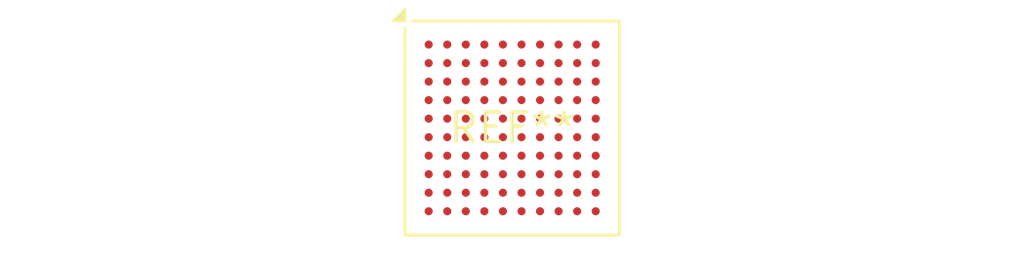
<source format=kicad_pcb>
(kicad_pcb (version 20240108) (generator pcbnew)
  (layers (0 "F.Cu" signal) (31 "B.Cu" signal) (34 "B.Paste" user) (35 "F.Paste" user) (36 "B.SilkS" user "B.Silkscreen") (37 "F.SilkS" user "F.Silkscreen") (38 "B.Mask" user) (39 "F.Mask" user) (44 "Edge.Cuts" user))
  (net 0 "")
  (footprint "TFBGA-100_9.0x9.0mm_Layout10x10_P0.8mm" (layer "F.Cu") (at 0 0)
    (property "Reference" "REF**")
    (property "Value" "TFBGA-100_9.0x9.0mm_Layout10x10_P0.8mm")
    (fp_line (start -4.62 -4.3) (end -4.62 4.62) (layer "F.SilkS") (stroke (width 0.12)))
    (fp_line (start -4.62 4.62) (end 4.62 4.62) (layer "F.SilkS") (stroke (width 0.12)))
    (fp_line (start 4.62 -4.62) (end -4.3 -4.62) (layer "F.SilkS") (stroke (width 0.12)))
    (fp_line (start 4.62 4.62) (end 4.62 -4.62) (layer "F.SilkS") (stroke (width 0.12)))
    (fp_poly (pts (xy -4.62 -4.62) (xy -5.12 -4.62) (xy -4.62 -5.12) (xy -4.62 -4.62)) (layer "F.SilkS") (stroke (width 0.12)) (fill solid))
    (pad "A1" smd circle (at -3.6 -3.6) (size 0.35 0.35) (property pad_prop_bga) (layers "F.Cu" "F.Paste" "F.Mask"))
    (pad "A2" smd circle (at -2.8 -3.6) (size 0.35 0.35) (property pad_prop_bga) (layers "F.Cu" "F.Paste" "F.Mask"))
    (pad "A3" smd circle (at -2 -3.6) (size 0.35 0.35) (property pad_prop_bga) (layers "F.Cu" "F.Paste" "F.Mask"))
    (pad "A4" smd circle (at -1.2 -3.6) (size 0.35 0.35) (property pad_prop_bga) (layers "F.Cu" "F.Paste" "F.Mask"))
    (pad "A5" smd circle (at -0.4 -3.6) (size 0.35 0.35) (property pad_prop_bga) (layers "F.Cu" "F.Paste" "F.Mask"))
    (pad "A6" smd circle (at 0.4 -3.6) (size 0.35 0.35) (property pad_prop_bga) (layers "F.Cu" "F.Paste" "F.Mask"))
    (pad "A7" smd circle (at 1.2 -3.6) (size 0.35 0.35) (property pad_prop_bga) (layers "F.Cu" "F.Paste" "F.Mask"))
    (pad "A8" smd circle (at 2 -3.6) (size 0.35 0.35) (property pad_prop_bga) (layers "F.Cu" "F.Paste" "F.Mask"))
    (pad "A9" smd circle (at 2.8 -3.6) (size 0.35 0.35) (property pad_prop_bga) (layers "F.Cu" "F.Paste" "F.Mask"))
    (pad "A10" smd circle (at 3.6 -3.6) (size 0.35 0.35) (property pad_prop_bga) (layers "F.Cu" "F.Paste" "F.Mask"))
    (pad "B1" smd circle (at -3.6 -2.8) (size 0.35 0.35) (property pad_prop_bga) (layers "F.Cu" "F.Paste" "F.Mask"))
    (pad "B2" smd circle (at -2.8 -2.8) (size 0.35 0.35) (property pad_prop_bga) (layers "F.Cu" "F.Paste" "F.Mask"))
    (pad "B3" smd circle (at -2 -2.8) (size 0.35 0.35) (property pad_prop_bga) (layers "F.Cu" "F.Paste" "F.Mask"))
    (pad "B4" smd circle (at -1.2 -2.8) (size 0.35 0.35) (property pad_prop_bga) (layers "F.Cu" "F.Paste" "F.Mask"))
    (pad "B5" smd circle (at -0.4 -2.8) (size 0.35 0.35) (property pad_prop_bga) (layers "F.Cu" "F.Paste" "F.Mask"))
    (pad "B6" smd circle (at 0.4 -2.8) (size 0.35 0.35) (property pad_prop_bga) (layers "F.Cu" "F.Paste" "F.Mask"))
    (pad "B7" smd circle (at 1.2 -2.8) (size 0.35 0.35) (property pad_prop_bga) (layers "F.Cu" "F.Paste" "F.Mask"))
    (pad "B8" smd circle (at 2 -2.8) (size 0.35 0.35) (property pad_prop_bga) (layers "F.Cu" "F.Paste" "F.Mask"))
    (pad "B9" smd circle (at 2.8 -2.8) (size 0.35 0.35) (property pad_prop_bga) (layers "F.Cu" "F.Paste" "F.Mask"))
    (pad "B10" smd circle (at 3.6 -2.8) (size 0.35 0.35) (property pad_prop_bga) (layers "F.Cu" "F.Paste" "F.Mask"))
    (pad "C1" smd circle (at -3.6 -2) (size 0.35 0.35) (property pad_prop_bga) (layers "F.Cu" "F.Paste" "F.Mask"))
    (pad "C2" smd circle (at -2.8 -2) (size 0.35 0.35) (property pad_prop_bga) (layers "F.Cu" "F.Paste" "F.Mask"))
    (pad "C3" smd circle (at -2 -2) (size 0.35 0.35) (property pad_prop_bga) (layers "F.Cu" "F.Paste" "F.Mask"))
    (pad "C4" smd circle (at -1.2 -2) (size 0.35 0.35) (property pad_prop_bga) (layers "F.Cu" "F.Paste" "F.Mask"))
    (pad "C5" smd circle (at -0.4 -2) (size 0.35 0.35) (property pad_prop_bga) (layers "F.Cu" "F.Paste" "F.Mask"))
    (pad "C6" smd circle (at 0.4 -2) (size 0.35 0.35) (property pad_prop_bga) (layers "F.Cu" "F.Paste" "F.Mask"))
    (pad "C7" smd circle (at 1.2 -2) (size 0.35 0.35) (property pad_prop_bga) (layers "F.Cu" "F.Paste" "F.Mask"))
    (pad "C8" smd circle (at 2 -2) (size 0.35 0.35) (property pad_prop_bga) (layers "F.Cu" "F.Paste" "F.Mask"))
    (pad "C9" smd circle (at 2.8 -2) (size 0.35 0.35) (property pad_prop_bga) (layers "F.Cu" "F.Paste" "F.Mask"))
    (pad "C10" smd circle (at 3.6 -2) (size 0.35 0.35) (property pad_prop_bga) (layers "F.Cu" "F.Paste" "F.Mask"))
    (pad "D1" smd circle (at -3.6 -1.2) (size 0.35 0.35) (property pad_prop_bga) (layers "F.Cu" "F.Paste" "F.Mask"))
    (pad "D2" smd circle (at -2.8 -1.2) (size 0.35 0.35) (property pad_prop_bga) (layers "F.Cu" "F.Paste" "F.Mask"))
    (pad "D3" smd circle (at -2 -1.2) (size 0.35 0.35) (property pad_prop_bga) (layers "F.Cu" "F.Paste" "F.Mask"))
    (pad "D4" smd circle (at -1.2 -1.2) (size 0.35 0.35) (property pad_prop_bga) (layers "F.Cu" "F.Paste" "F.Mask"))
    (pad "D5" smd circle (at -0.4 -1.2) (size 0.35 0.35) (property pad_prop_bga) (layers "F.Cu" "F.Paste" "F.Mask"))
    (pad "D6" smd circle (at 0.4 -1.2) (size 0.35 0.35) (property pad_prop_bga) (layers "F.Cu" "F.Paste" "F.Mask"))
    (pad "D7" smd circle (at 1.2 -1.2) (size 0.35 0.35) (property pad_prop_bga) (layers "F.Cu" "F.Paste" "F.Mask"))
    (pad "D8" smd circle (at 2 -1.2) (size 0.35 0.35) (property pad_prop_bga) (layers "F.Cu" "F.Paste" "F.Mask"))
    (pad "D9" smd circle (at 2.8 -1.2) (size 0.35 0.35) (property pad_prop_bga) (layers "F.Cu" "F.Paste" "F.Mask"))
    (pad "D10" smd circle (at 3.6 -1.2) (size 0.35 0.35) (property pad_prop_bga) (layers "F.Cu" "F.Paste" "F.Mask"))
    (pad "E1" smd circle (at -3.6 -0.4) (size 0.35 0.35) (property pad_prop_bga) (layers "F.Cu" "F.Paste" "F.Mask"))
    (pad "E2" smd circle (at -2.8 -0.4) (size 0.35 0.35) (property pad_prop_bga) (layers "F.Cu" "F.Paste" "F.Mask"))
    (pad "E3" smd circle (at -2 -0.4) (size 0.35 0.35) (property pad_prop_bga) (layers "F.Cu" "F.Paste" "F.Mask"))
    (pad "E4" smd circle (at -1.2 -0.4) (size 0.35 0.35) (property pad_prop_bga) (layers "F.Cu" "F.Paste" "F.Mask"))
    (pad "E5" smd circle (at -0.4 -0.4) (size 0.35 0.35) (property pad_prop_bga) (layers "F.Cu" "F.Paste" "F.Mask"))
    (pad "E6" smd circle (at 0.4 -0.4) (size 0.35 0.35) (property pad_prop_bga) (layers "F.Cu" "F.Paste" "F.Mask"))
    (pad "E7" smd circle (at 1.2 -0.4) (size 0.35 0.35) (property pad_prop_bga) (layers "F.Cu" "F.Paste" "F.Mask"))
    (pad "E8" smd circle (at 2 -0.4) (size 0.35 0.35) (property pad_prop_bga) (layers "F.Cu" "F.Paste" "F.Mask"))
    (pad "E9" smd circle (at 2.8 -0.4) (size 0.35 0.35) (property pad_prop_bga) (layers "F.Cu" "F.Paste" "F.Mask"))
    (pad "E10" smd circle (at 3.6 -0.4) (size 0.35 0.35) (property pad_prop_bga) (layers "F.Cu" "F.Paste" "F.Mask"))
    (pad "F1" smd circle (at -3.6 0.4) (size 0.35 0.35) (property pad_prop_bga) (layers "F.Cu" "F.Paste" "F.Mask"))
    (pad "F2" smd circle (at -2.8 0.4) (size 0.35 0.35) (property pad_prop_bga) (layers "F.Cu" "F.Paste" "F.Mask"))
    (pad "F3" smd circle (at -2 0.4) (size 0.35 0.35) (property pad_prop_bga) (layers "F.Cu" "F.Paste" "F.Mask"))
    (pad "F4" smd circle (at -1.2 0.4) (size 0.35 0.35) (property pad_prop_bga) (layers "F.Cu" "F.Paste" "F.Mask"))
    (pad "F5" smd circle (at -0.4 0.4) (size 0.35 0.35) (property pad_prop_bga) (layers "F.Cu" "F.Paste" "F.Mask"))
    (pad "F6" smd circle (at 0.4 0.4) (size 0.35 0.35) (property pad_prop_bga) (layers "F.Cu" "F.Paste" "F.Mask"))
    (pad "F7" smd circle (at 1.2 0.4) (size 0.35 0.35) (property pad_prop_bga) (layers "F.Cu" "F.Paste" "F.Mask"))
    (pad "F8" smd circle (at 2 0.4) (size 0.35 0.35) (property pad_prop_bga) (layers "F.Cu" "F.Paste" "F.Mask"))
    (pad "F9" smd circle (at 2.8 0.4) (size 0.35 0.35) (property pad_prop_bga) (layers "F.Cu" "F.Paste" "F.Mask"))
    (pad "F10" smd circle (at 3.6 0.4) (size 0.35 0.35) (property pad_prop_bga) (layers "F.Cu" "F.Paste" "F.Mask"))
    (pad "G1" smd circle (at -3.6 1.2) (size 0.35 0.35) (property pad_prop_bga) (layers "F.Cu" "F.Paste" "F.Mask"))
    (pad "G2" smd circle (at -2.8 1.2) (size 0.35 0.35) (property pad_prop_bga) (layers "F.Cu" "F.Paste" "F.Mask"))
    (pad "G3" smd circle (at -2 1.2) (size 0.35 0.35) (property pad_prop_bga) (layers "F.Cu" "F.Paste" "F.Mask"))
    (pad "G4" smd circle (at -1.2 1.2) (size 0.35 0.35) (property pad_prop_bga) (layers "F.Cu" "F.Paste" "F.Mask"))
    (pad "G5" smd circle (at -0.4 1.2) (size 0.35 0.35) (property pad_prop_bga) (layers "F.Cu" "F.Paste" "F.Mask"))
    (pad "G6" smd circle (at 0.4 1.2) (size 0.35 0.35) (property pad_prop_bga) (layers "F.Cu" "F.Paste" "F.Mask"))
    (pad "G7" smd circle (at 1.2 1.2) (size 0.35 0.35) (property pad_prop_bga) (layers "F.Cu" "F.Paste" "F.Mask"))
    (pad "G8" smd circle (at 2 1.2) (size 0.35 0.35) (property pad_prop_bga) (layers "F.Cu" "F.Paste" "F.Mask"))
    (pad "G9" smd circle (at 2.8 1.2) (size 0.35 0.35) (property pad_prop_bga) (layers "F.Cu" "F.Paste" "F.Mask"))
    (pad "G10" smd circle (at 3.6 1.2) (size 0.35 0.35) (property pad_prop_bga) (layers "F.Cu" "F.Paste" "F.Mask"))
    (pad "H1" smd circle (at -3.6 2) (size 0.35 0.35) (property pad_prop_bga) (layers "F.Cu" "F.Paste" "F.Mask"))
    (pad "H2" smd circle (at -2.8 2) (size 0.35 0.35) (property pad_prop_bga) (layers "F.Cu" "F.Paste" "F.Mask"))
    (pad "H3" smd circle (at -2 2) (size 0.35 0.35) (property pad_prop_bga) (layers "F.Cu" "F.Paste" "F.Mask"))
    (pad "H4" smd circle (at -1.2 2) (size 0.35 0.35) (property pad_prop_bga) (layers "F.Cu" "F.Paste" "F.Mask"))
    (pad "H5" smd circle (at -0.4 2) (size 0.35 0.35) (property pad_prop_bga) (layers "F.Cu" "F.Paste" "F.Mask"))
    (pad "H6" smd circle (at 0.4 2) (size 0.35 0.35) (property pad_prop_bga) (layers "F.Cu" "F.Paste" "F.Mask"))
    (pad "H7" smd circle (at 1.2 2) (size 0.35 0.35) (property pad_prop_bga) (layers "F.Cu" "F.Paste" "F.Mask"))
    (pad "H8" smd circle (at 2 2) (size 0.35 0.35) (property pad_prop_bga) (layers "F.Cu" "F.Paste" "F.Mask"))
    (pad "H9" smd circle (at 2.8 2) (size 0.35 0.35) (property pad_prop_bga) (layers "F.Cu" "F.Paste" "F.Mask"))
    (pad "H10" smd circle (at 3.6 2) (size 0.35 0.35) (property pad_prop_bga) (layers "F.Cu" "F.Paste" "F.Mask"))
    (pad "J1" smd circle (at -3.6 2.8) (size 0.35 0.35) (property pad_prop_bga) (layers "F.Cu" "F.Paste" "F.Mask"))
    (pad "J2" smd circle (at -2.8 2.8) (size 0.35 0.35) (property pad_prop_bga) (layers "F.Cu" "F.Paste" "F.Mask"))
    (pad "J3" smd circle (at -2 2.8) (size 0.35 0.35) (property pad_prop_bga) (layers "F.Cu" "F.Paste" "F.Mask"))
    (pad "J4" smd circle (at -1.2 2.8) (size 0.35 0.35) (property pad_prop_bga) (layers "F.Cu" "F.Paste" "F.Mask"))
    (pad "J5" smd circle (at -0.4 2.8) (size 0.35 0.35) (property pad_prop_bga) (layers "F.Cu" "F.Paste" "F.Mask"))
    (pad "J6" smd circle (at 0.4 2.8) (size 0.35 0.35) (property pad_prop_bga) (layers "F.Cu" "F.Paste" "F.Mask"))
    (pad "J7" smd circle (at 1.2 2.8) (size 0.35 0.35) (property pad_prop_bga) (layers "F.Cu" "F.Paste" "F.Mask"))
    (pad "J8" smd circle (at 2 2.8) (size 0.35 0.35) (property pad_prop_bga) (layers "F.Cu" "F.Paste" "F.Mask"))
    (pad "J9" smd circle (at 2.8 2.8) (size 0.35 0.35) (property pad_prop_bga) (layers "F.Cu" "F.Paste" "F.Mask"))
    (pad "J10" smd circle (at 3.6 2.8) (size 0.35 0.35) (property pad_prop_bga) (layers "F.Cu" "F.Paste" "F.Mask"))
    (pad "K1" smd circle (at -3.6 3.6) (size 0.35 0.35) (property pad_prop_bga) (layers "F.Cu" "F.Paste" "F.Mask"))
    (pad "K2" smd circle (at -2.8 3.6) (size 0.35 0.35) (property pad_prop_bga) (layers "F.Cu" "F.Paste" "F.Mask"))
    (pad "K3" smd circle (at -2 3.6) (size 0.35 0.35) (property pad_prop_bga) (layers "F.Cu" "F.Paste" "F.Mask"))
    (pad "K4" smd circle (at -1.2 3.6) (size 0.35 0.35) (property pad_prop_bga) (layers "F.Cu" "F.Paste" "F.Mask"))
    (pad "K5" smd circle (at -0.4 3.6) (size 0.35 0.35) (property pad_prop_bga) (layers "F.Cu" "F.Paste" "F.Mask"))
    (pad "K6" smd circle (at 0.4 3.6) (size 0.35 0.35) (property pad_prop_bga) (layers "F.Cu" "F.Paste" "F.Mask"))
    (pad "K7" smd circle (at 1.2 3.6) (size 0.35 0.35) (property pad_prop_bga) (layers "F.Cu" "F.Paste" "F.Mask"))
    (pad "K8" smd circle (at 2 3.6) (size 0.35 0.35) (property pad_prop_bga) (layers "F.Cu" "F.Paste" "F.Mask"))
    (pad "K9" smd circle (at 2.8 3.6) (size 0.35 0.35) (property pad_prop_bga) (layers "F.Cu" "F.Paste" "F.Mask"))
    (pad "K10" smd circle (at 3.6 3.6) (size 0.35 0.35) (property pad_prop_bga) (layers "F.Cu" "F.Paste" "F.Mask"))
  )
)
</source>
